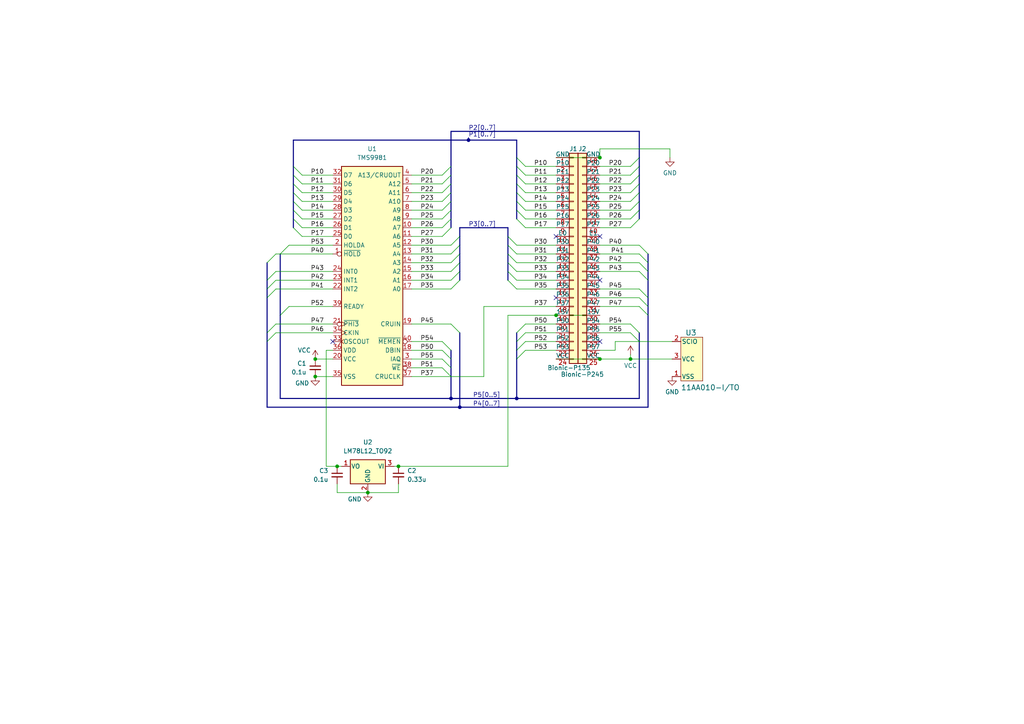
<source format=kicad_sch>
(kicad_sch (version 20230121) (generator eeschema)
  (paper "A4")
  (title_block (title "BionicTMS9981") (date "2023-12-12") (rev "1") (company "Tadashi G. Takaoka"))
  (lib_symbols
    (symbol "0-LocalLibrary:11AA010-I_TO" (pin_names (offset 0.254))
      (property "Reference" "U" (at 2.54 1.27 0))
      (property "Value" "11AA010-I/TO" (at 3.81 -13.97 0))
      (symbol "11AA010-I_TO_1_1"
        (rectangle (start 0 0) (end 6.35 -12.7) (fill (type background)))
        (pin power_in line (at -2.54 -11.43 0) (length 2.54) (name "VSS") (number "1"))
        (pin bidirectional line (at -2.54 -1.27 0) (length 2.54) (name "SCIO") (number "2"))
        (pin power_in line (at -2.54 -6.35 0) (length 2.54) (name "VCC") (number "3"))
      )
    )
    (symbol "0-LocalLibrary:Bionic-P135" (pin_names (offset 0))
      (property "Reference" "J" (at 0 30.48 0))
      (property "Value" "Bionic-P135" (at -1.27 -33.02 0))
      (symbol "Bionic-P135_1_1"
        (rectangle (start -1.27 -30.353) (end 0 -30.607) (stroke (width 0.1524)))
        (rectangle (start -1.27 -27.813) (end 0 -28.067) (stroke (width 0.1524)))
        (rectangle (start -1.27 -25.273) (end 0 -25.527) (stroke (width 0.1524)))
        (rectangle (start -1.27 -22.733) (end 0 -22.987) (stroke (width 0.1524)))
        (rectangle (start -1.27 -20.193) (end 0 -20.447) (stroke (width 0.1524)))
        (rectangle (start -1.27 -17.653) (end 0 -17.907) (stroke (width 0.1524)))
        (rectangle (start -1.27 -15.113) (end 0 -15.367) (stroke (width 0.1524)))
        (rectangle (start -1.27 -12.573) (end 0 -12.827) (stroke (width 0.1524)))
        (rectangle (start -1.27 -10.033) (end 0 -10.287) (stroke (width 0.1524)))
        (rectangle (start -1.27 -7.493) (end 0 -7.747) (stroke (width 0.1524)))
        (rectangle (start -1.27 -4.953) (end 0 -5.207) (stroke (width 0.1524)))
        (rectangle (start -1.27 -2.413) (end 0 -2.667) (stroke (width 0.1524)))
        (rectangle (start -1.27 0.127) (end 0 -0.127) (stroke (width 0.1524)))
        (rectangle (start -1.27 2.667) (end 0 2.413) (stroke (width 0.1524)))
        (rectangle (start -1.27 5.207) (end 0 4.953) (stroke (width 0.1524)))
        (rectangle (start -1.27 7.747) (end 0 7.493) (stroke (width 0.1524)))
        (rectangle (start -1.27 10.287) (end 0 10.033) (stroke (width 0.1524)))
        (rectangle (start -1.27 12.827) (end 0 12.573) (stroke (width 0.1524)))
        (rectangle (start -1.27 15.367) (end 0 15.113) (stroke (width 0.1524)))
        (rectangle (start -1.27 17.907) (end 0 17.653) (stroke (width 0.1524)))
        (rectangle (start -1.27 20.447) (end 0 20.193) (stroke (width 0.1524)))
        (rectangle (start -1.27 22.987) (end 0 22.733) (stroke (width 0.1524)))
        (rectangle (start -1.27 25.527) (end 0 25.273) (stroke (width 0.1524)))
        (rectangle (start -1.27 28.067) (end 0 27.813) (stroke (width 0.1524)))
        (rectangle (start -1.27 29.21) (end 1.27 -31.75) (stroke (width 0.254)) (fill (type background)))
        (pin power_out line (at -5.08 27.94 0) (length 3.81) (name "GND") (number "1"))
        (pin bidirectional line (at -5.08 5.08 0) (length 3.81) (name "E0") (number "10"))
        (pin bidirectional line (at -5.08 2.54 0) (length 3.81) (name "P30") (number "11"))
        (pin bidirectional line (at -5.08 0 0) (length 3.81) (name "P31") (number "12"))
        (pin bidirectional line (at -5.08 -2.54 0) (length 3.81) (name "P32") (number "13"))
        (pin bidirectional line (at -5.08 -5.08 0) (length 3.81) (name "P33") (number "14"))
        (pin bidirectional line (at -5.08 -7.62 0) (length 3.81) (name "P34") (number "15"))
        (pin bidirectional line (at -5.08 -10.16 0) (length 3.81) (name "P35") (number "16"))
        (pin bidirectional line (at -5.08 -12.7 0) (length 3.81) (name "P36") (number "17"))
        (pin bidirectional line (at -5.08 -15.24 0) (length 3.81) (name "P37") (number "18"))
        (pin power_out line (at -5.08 -17.78 0) (length 3.81) (name "15V") (number "19"))
        (pin bidirectional line (at -5.08 25.4 0) (length 3.81) (name "P10") (number "2"))
        (pin bidirectional line (at -5.08 -20.32 0) (length 3.81) (name "P50") (number "20"))
        (pin bidirectional line (at -5.08 -22.86 0) (length 3.81) (name "P51") (number "21"))
        (pin bidirectional line (at -5.08 -25.4 0) (length 3.81) (name "P52") (number "22"))
        (pin bidirectional line (at -5.08 -27.94 0) (length 3.81) (name "P53") (number "23"))
        (pin power_out line (at -5.08 -30.48 0) (length 3.81) (name "VCC") (number "24"))
        (pin bidirectional line (at -5.08 22.86 0) (length 3.81) (name "P11") (number "3"))
        (pin bidirectional line (at -5.08 20.32 0) (length 3.81) (name "P12") (number "4"))
        (pin bidirectional line (at -5.08 17.78 0) (length 3.81) (name "P13") (number "5"))
        (pin bidirectional line (at -5.08 15.24 0) (length 3.81) (name "P14") (number "6"))
        (pin bidirectional line (at -5.08 12.7 0) (length 3.81) (name "P15") (number "7"))
        (pin bidirectional line (at -5.08 10.16 0) (length 3.81) (name "P16") (number "8"))
        (pin bidirectional line (at -5.08 7.62 0) (length 3.81) (name "P17") (number "9"))
      )
    )
    (symbol "0-LocalLibrary:Bionic-P245" (pin_names (offset 0))
      (property "Reference" "J" (at -3.81 30.48 0))
      (property "Value" "Bionic-P245" (at -1.27 -33.02 0))
      (symbol "Bionic-P245_1_1"
        (rectangle (start -5.08 -31.75) (end -2.54 29.21) (stroke (width 0.254)) (fill (type background)))
        (rectangle (start -3.81 -30.607) (end -2.54 -30.353) (stroke (width 0.1524)))
        (rectangle (start -3.81 -28.067) (end -2.54 -27.813) (stroke (width 0.1524)))
        (rectangle (start -3.81 -25.527) (end -2.54 -25.273) (stroke (width 0.1524)))
        (rectangle (start -3.81 -22.987) (end -2.54 -22.733) (stroke (width 0.1524)))
        (rectangle (start -3.81 -20.447) (end -2.54 -20.193) (stroke (width 0.1524)))
        (rectangle (start -3.81 -17.907) (end -2.54 -17.653) (stroke (width 0.1524)))
        (rectangle (start -3.81 -15.367) (end -2.54 -15.113) (stroke (width 0.1524)))
        (rectangle (start -3.81 -12.827) (end -2.54 -12.573) (stroke (width 0.1524)))
        (rectangle (start -3.81 -10.287) (end -2.54 -10.033) (stroke (width 0.1524)))
        (rectangle (start -3.81 -7.747) (end -2.54 -7.493) (stroke (width 0.1524)))
        (rectangle (start -3.81 -5.207) (end -2.54 -4.953) (stroke (width 0.1524)))
        (rectangle (start -3.81 -2.667) (end -2.54 -2.413) (stroke (width 0.1524)))
        (rectangle (start -3.81 -0.127) (end -2.54 0.127) (stroke (width 0.1524)))
        (rectangle (start -3.81 2.413) (end -2.54 2.667) (stroke (width 0.1524)))
        (rectangle (start -3.81 4.953) (end -2.54 5.207) (stroke (width 0.1524)))
        (rectangle (start -3.81 7.493) (end -2.54 7.747) (stroke (width 0.1524)))
        (rectangle (start -3.81 10.033) (end -2.54 10.287) (stroke (width 0.1524)))
        (rectangle (start -3.81 12.573) (end -2.54 12.827) (stroke (width 0.1524)))
        (rectangle (start -3.81 15.113) (end -2.54 15.367) (stroke (width 0.1524)))
        (rectangle (start -3.81 17.653) (end -2.54 17.907) (stroke (width 0.1524)))
        (rectangle (start -3.81 20.193) (end -2.54 20.447) (stroke (width 0.1524)))
        (rectangle (start -3.81 22.733) (end -2.54 22.987) (stroke (width 0.1524)))
        (rectangle (start -3.81 25.273) (end -2.54 25.527) (stroke (width 0.1524)))
        (rectangle (start -3.81 27.813) (end -2.54 28.067) (stroke (width 0.1524)))
        (pin power_in line (at 1.27 -30.48 180) (length 3.81) (name "VCC") (number "25"))
        (pin bidirectional line (at 1.27 -27.94 180) (length 3.81) (name "P57") (number "26"))
        (pin bidirectional line (at 1.27 -25.4 180) (length 3.81) (name "P56") (number "27"))
        (pin bidirectional line (at 1.27 -22.86 180) (length 3.81) (name "P55") (number "28"))
        (pin bidirectional line (at 1.27 -20.32 180) (length 3.81) (name "P54") (number "29"))
        (pin power_in line (at 1.27 -17.78 180) (length 3.81) (name "15V") (number "30"))
        (pin bidirectional line (at 1.27 -15.24 180) (length 3.81) (name "P47") (number "31"))
        (pin bidirectional line (at 1.27 -12.7 180) (length 3.81) (name "P46") (number "32"))
        (pin bidirectional line (at 1.27 -10.16 180) (length 3.81) (name "P45") (number "33"))
        (pin bidirectional line (at 1.27 -7.62 180) (length 3.81) (name "P44") (number "34"))
        (pin bidirectional line (at 1.27 -5.08 180) (length 3.81) (name "P43") (number "35"))
        (pin bidirectional line (at 1.27 -2.54 180) (length 3.81) (name "P42") (number "36"))
        (pin bidirectional line (at 1.27 0 180) (length 3.81) (name "P41") (number "37"))
        (pin bidirectional line (at 1.27 2.54 180) (length 3.81) (name "P40") (number "38"))
        (pin bidirectional line (at 1.27 5.08 180) (length 3.81) (name "E1") (number "39"))
        (pin bidirectional line (at 1.27 7.62 180) (length 3.81) (name "P27") (number "40"))
        (pin bidirectional line (at 1.27 10.16 180) (length 3.81) (name "P26") (number "41"))
        (pin bidirectional line (at 1.27 12.7 180) (length 3.81) (name "P25") (number "42"))
        (pin bidirectional line (at 1.27 15.24 180) (length 3.81) (name "P24") (number "43"))
        (pin bidirectional line (at 1.27 17.78 180) (length 3.81) (name "P23") (number "44"))
        (pin bidirectional line (at 1.27 20.32 180) (length 3.81) (name "P22") (number "45"))
        (pin bidirectional line (at 1.27 22.86 180) (length 3.81) (name "P21") (number "46"))
        (pin bidirectional line (at 1.27 25.4 180) (length 3.81) (name "P20") (number "47"))
        (pin power_in line (at 1.27 27.94 180) (length 3.81) (name "GND") (number "48"))
      )
    )
    (symbol "0-LocalLibrary:TMS9981"
      (property "Reference" "U" (at -1.27 31.75 0))
      (property "Value" "TMS9981" (at 0 -3.81 90))
      (symbol "TMS9981_0_1"
        (rectangle (start -8.89 -33.02) (end 8.89 30.48) (stroke (width 0.254)) (fill (type background)))
      )
      (symbol "TMS9981_1_1"
        (pin input inverted (at -11.43 5.08 0) (length 2.54) (name "~{HOLD}") (number "1"))
        (pin output line (at 11.43 12.7 180) (length 2.54) (name "A7") (number "10"))
        (pin output line (at 11.43 10.16 180) (length 2.54) (name "A6") (number "11"))
        (pin output line (at 11.43 7.62 180) (length 2.54) (name "A5") (number "12"))
        (pin output line (at 11.43 5.08 180) (length 2.54) (name "A4") (number "13"))
        (pin output line (at 11.43 2.54 180) (length 2.54) (name "A3") (number "14"))
        (pin output line (at 11.43 0 180) (length 2.54) (name "A2") (number "15"))
        (pin output line (at 11.43 -2.54 180) (length 2.54) (name "A1") (number "16"))
        (pin output line (at 11.43 -5.08 180) (length 2.54) (name "A0") (number "17"))
        (pin output line (at 11.43 -22.86 180) (length 2.54) (name "DBIN") (number "18"))
        (pin input line (at 11.43 -15.24 180) (length 2.54) (name "CRUIN") (number "19"))
        (pin output line (at -11.43 7.62 0) (length 2.54) (name "HOLDA") (number "2"))
        (pin power_in line (at -11.43 -25.4 0) (length 2.54) (name "VCC") (number "20"))
        (pin output inverted_clock (at -11.43 -15.24 0) (length 2.54) (name "~{PHI3}") (number "21"))
        (pin input line (at -11.43 -5.08 0) (length 2.54) (name "INT2") (number "22"))
        (pin input line (at -11.43 -2.54 0) (length 2.54) (name "INT1") (number "23"))
        (pin input line (at -11.43 0 0) (length 2.54) (name "INT0") (number "24"))
        (pin bidirectional line (at -11.43 10.16 0) (length 2.54) (name "D0") (number "25"))
        (pin bidirectional line (at -11.43 12.7 0) (length 2.54) (name "D1") (number "26"))
        (pin bidirectional line (at -11.43 15.24 0) (length 2.54) (name "D2") (number "27"))
        (pin bidirectional line (at -11.43 17.78 0) (length 2.54) (name "D3") (number "28"))
        (pin bidirectional line (at -11.43 20.32 0) (length 2.54) (name "D4") (number "29"))
        (pin output line (at 11.43 -25.4 180) (length 2.54) (name "IAQ") (number "3"))
        (pin bidirectional line (at -11.43 22.86 0) (length 2.54) (name "D5") (number "30"))
        (pin bidirectional line (at -11.43 25.4 0) (length 2.54) (name "D6") (number "31"))
        (pin bidirectional line (at -11.43 27.94 0) (length 2.54) (name "D7") (number "32"))
        (pin passive non_logic (at -11.43 -20.32 0) (length 2.54) (name "OSCOUT") (number "33"))
        (pin input clock (at -11.43 -17.78 0) (length 2.54) (name "CKIN") (number "34"))
        (pin power_in line (at -11.43 -30.48 0) (length 2.54) (name "VSS") (number "35"))
        (pin power_in line (at -11.43 -22.86 0) (length 2.54) (name "VDD") (number "36"))
        (pin output line (at 11.43 -30.48 180) (length 2.54) (name "CRUCLK") (number "37"))
        (pin output inverted (at 11.43 -27.94 180) (length 2.54) (name "~{WE}") (number "38"))
        (pin input line (at -11.43 -10.16 0) (length 2.54) (name "READY") (number "39"))
        (pin output line (at 11.43 27.94 180) (length 2.54) (name "A13/CRUOUT") (number "4"))
        (pin output inverted (at 11.43 -20.32 180) (length 2.54) (name "~{MEMEN}") (number "40"))
        (pin output line (at 11.43 25.4 180) (length 2.54) (name "A12") (number "5"))
        (pin output line (at 11.43 22.86 180) (length 2.54) (name "A11") (number "6"))
        (pin output line (at 11.43 20.32 180) (length 2.54) (name "A10") (number "7"))
        (pin output line (at 11.43 17.78 180) (length 2.54) (name "A9") (number "8"))
        (pin output line (at 11.43 15.24 180) (length 2.54) (name "A8") (number "9"))
      )
    )
    (symbol "Device:C_Small" (pin_numbers hide) (pin_names (offset 0.254) hide)
      (property "Reference" "C" (at 0.254 1.778 0))
      (property "Value" "C_Small" (at 0.254 -2.032 0))
      (symbol "C_Small_0_1"
        (polyline (pts (xy -1.524 -0.508) (xy 1.524 -0.508)) (stroke (width 0.3302)))
        (polyline (pts (xy -1.524 0.508) (xy 1.524 0.508)) (stroke (width 0.3048)))
      )
      (symbol "C_Small_1_1"
        (pin passive line (at 0 2.54 270) (length 2.032) (name "~") (number "1"))
        (pin passive line (at 0 -2.54 90) (length 2.032) (name "~") (number "2"))
      )
    )
    (symbol "GND_1" (power) (pin_names (offset 0))
      (property "Value" "GND_1" (at 0 -3.81 0))
      (symbol "GND_1_0_1"
        (polyline (pts (xy 0 0) (xy 0 -1.27) (xy 1.27 -1.27) (xy 0 -2.54) (xy -1.27 -1.27) (xy 0 -1.27)))
      )
      (symbol "GND_1_1_1"
        (pin power_in line (at 0 0 270) (length 0) hide (name "GND") (number "1"))
      )
    )
    (symbol "Regulator_Linear:LM78L12_TO92" (pin_names (offset 0.254))
      (property "Reference" "U" (at -3.81 3.175 0))
      (property "Value" "LM78L12_TO92" (at 0 3.175 0))
      (symbol "LM78L12_TO92_0_1"
        (rectangle (start -5.08 -5.08) (end 5.08 1.905) (stroke (width 0.254)) (fill (type background)))
      )
      (symbol "LM78L12_TO92_1_1"
        (pin power_out line (at 7.62 0 180) (length 2.54) (name "VO") (number "1"))
        (pin power_in line (at 0 -7.62 90) (length 2.54) (name "GND") (number "2"))
        (pin power_in line (at -7.62 0 0) (length 2.54) (name "VI") (number "3"))
      )
    )
    (symbol "VCC_1" (power) (pin_names (offset 0))
      (property "Value" "VCC_1" (at 0 3.81 0))
      (symbol "VCC_1_0_1"
        (polyline (pts (xy -0.762 1.27) (xy 0 2.54)))
        (polyline (pts (xy 0 0) (xy 0 2.54)))
        (polyline (pts (xy 0 2.54) (xy 0.762 1.27)))
      )
      (symbol "VCC_1_1_1"
        (pin power_in line (at 0 0 90) (length 0) hide (name "VCC") (number "1"))
      )
    )
  )
  (junction (at 91.44 104.14))
  (junction (at 182.88 104.14))
  (junction (at 133.35 118.11))
  (junction (at 173.99 45.72))
  (junction (at 173.99 104.14))
  (junction (at 91.44 109.22))
  (junction (at 130.81 115.57))
  (junction (at 149.86 115.57))
  (junction (at 115.57 135.255))
  (junction (at 135.89 40.64))
  (junction (at 161.29 91.44))
  (junction (at 106.68 142.875))
  (junction (at 97.79 135.255))
  (no_connect (at 173.99 68.58))
  (no_connect (at 161.29 68.58))
  (no_connect (at 96.52 99.06))
  (no_connect (at 161.29 86.36))
  (no_connect (at 173.99 81.28))
  (no_connect (at 173.99 99.06))
  (bus_entry (at 130.81 58.42) (size -2.54 2.54))
  (bus_entry (at 185.42 55.88) (size -2.54 2.54))
  (bus_entry (at 185.42 50.8) (size -2.54 2.54))
  (bus_entry (at 130.81 53.34) (size -2.54 2.54))
  (bus_entry (at 130.81 66.04) (size -2.54 2.54))
  (bus_entry (at 87.63 50.8) (size -2.54 -2.54))
  (bus_entry (at 182.88 93.98) (size 2.54 2.54))
  (bus_entry (at 87.63 53.34) (size -2.54 -2.54))
  (bus_entry (at 185.42 53.34) (size -2.54 2.54))
  (bus_entry (at 152.4 60.96) (size -2.54 -2.54))
  (bus_entry (at 185.42 60.96) (size -2.54 2.54))
  (bus_entry (at 147.32 71.12) (size 2.54 2.54))
  (bus_entry (at 128.27 104.14) (size 2.54 2.54))
  (bus_entry (at 185.42 45.72) (size -2.54 2.54))
  (bus_entry (at 185.42 58.42) (size -2.54 2.54))
  (bus_entry (at 147.32 76.2) (size 2.54 2.54))
  (bus_entry (at 152.4 99.06) (size -2.54 2.54))
  (bus_entry (at 133.35 96.52) (size -2.54 -2.54))
  (bus_entry (at 130.81 81.28) (size 2.54 -2.54))
  (bus_entry (at 83.82 71.12) (size -2.54 2.54))
  (bus_entry (at 185.42 73.66) (size 2.54 2.54))
  (bus_entry (at 152.4 101.6) (size -2.54 2.54))
  (bus_entry (at 152.4 96.52) (size -2.54 2.54))
  (bus_entry (at 149.86 71.12) (size -2.54 -2.54))
  (bus_entry (at 77.47 76.2) (size 2.54 -2.54))
  (bus_entry (at 185.42 63.5) (size -2.54 2.54))
  (bus_entry (at 87.63 66.04) (size -2.54 -2.54))
  (bus_entry (at 147.32 81.28) (size 2.54 2.54))
  (bus_entry (at 152.4 93.98) (size -2.54 2.54))
  (bus_entry (at 130.81 63.5) (size -2.54 2.54))
  (bus_entry (at 147.32 78.74) (size 2.54 2.54))
  (bus_entry (at 80.01 96.52) (size -2.54 2.54))
  (bus_entry (at 130.81 60.96) (size -2.54 2.54))
  (bus_entry (at 80.01 93.98) (size -2.54 2.54))
  (bus_entry (at 152.4 50.8) (size -2.54 -2.54))
  (bus_entry (at 130.81 71.12) (size 2.54 -2.54))
  (bus_entry (at 185.42 71.12) (size 2.54 2.54))
  (bus_entry (at 130.81 76.2) (size 2.54 -2.54))
  (bus_entry (at 130.81 73.66) (size 2.54 -2.54))
  (bus_entry (at 130.81 83.82) (size 2.54 -2.54))
  (bus_entry (at 130.81 48.26) (size -2.54 2.54))
  (bus_entry (at 87.63 63.5) (size -2.54 -2.54))
  (bus_entry (at 185.42 76.2) (size 2.54 2.54))
  (bus_entry (at 128.27 106.68) (size 2.54 2.54))
  (bus_entry (at 187.96 88.9) (size -2.54 -2.54))
  (bus_entry (at 185.42 48.26) (size -2.54 2.54))
  (bus_entry (at 87.63 68.58) (size -2.54 -2.54))
  (bus_entry (at 87.63 58.42) (size -2.54 -2.54))
  (bus_entry (at 152.4 53.34) (size -2.54 -2.54))
  (bus_entry (at 185.42 83.82) (size 2.54 2.54))
  (bus_entry (at 77.47 81.28) (size 2.54 -2.54))
  (bus_entry (at 128.27 101.6) (size 2.54 2.54))
  (bus_entry (at 81.28 91.44) (size 2.54 -2.54))
  (bus_entry (at 128.27 99.06) (size 2.54 2.54))
  (bus_entry (at 152.4 66.04) (size -2.54 -2.54))
  (bus_entry (at 152.4 55.88) (size -2.54 -2.54))
  (bus_entry (at 77.47 83.82) (size 2.54 -2.54))
  (bus_entry (at 185.42 78.74) (size 2.54 2.54))
  (bus_entry (at 130.81 55.88) (size -2.54 2.54))
  (bus_entry (at 152.4 58.42) (size -2.54 -2.54))
  (bus_entry (at 87.63 55.88) (size -2.54 -2.54))
  (bus_entry (at 130.81 50.8) (size -2.54 2.54))
  (bus_entry (at 152.4 63.5) (size -2.54 -2.54))
  (bus_entry (at 152.4 48.26) (size -2.54 -2.54))
  (bus_entry (at 77.47 86.36) (size 2.54 -2.54))
  (bus_entry (at 185.42 88.9) (size 2.54 2.54))
  (bus_entry (at 87.63 60.96) (size -2.54 -2.54))
  (bus_entry (at 147.32 73.66) (size 2.54 2.54))
  (bus_entry (at 130.81 78.74) (size 2.54 -2.54))
  (bus_entry (at 182.88 96.52) (size 2.54 2.54))
  (bus (pts (xy 147.32 71.12) (xy 147.32 73.66)))
  (bus (pts (xy 185.42 96.52) (xy 185.42 99.06)))
  (bus (pts (xy 85.09 58.42) (xy 85.09 60.96)))
  (wire (pts (xy 119.38 50.8) (xy 128.27 50.8)))
  (wire (pts (xy 83.82 88.9) (xy 96.52 88.9)))
  (bus (pts (xy 149.86 50.8) (xy 149.86 53.34)))
  (wire (pts (xy 97.79 140.335) (xy 97.79 142.875)))
  (wire (pts (xy 152.4 96.52) (xy 161.29 96.52)))
  (wire (pts (xy 161.29 71.12) (xy 149.86 71.12)))
  (wire (pts (xy 173.99 101.6) (xy 178.435 101.6)))
  (wire (pts (xy 173.99 43.18) (xy 194.31 43.18)))
  (wire (pts (xy 91.44 104.14) (xy 96.52 104.14)))
  (bus (pts (xy 149.86 40.64) (xy 149.86 45.72)))
  (bus (pts (xy 147.32 73.66) (xy 147.32 76.2)))
  (wire (pts (xy 173.99 71.12) (xy 185.42 71.12)))
  (wire (pts (xy 147.32 135.255) (xy 147.32 91.44)))
  (bus (pts (xy 133.35 66.04) (xy 147.32 66.04)))
  (bus (pts (xy 130.81 38.1) (xy 130.81 48.26)))
  (bus (pts (xy 85.09 53.34) (xy 85.09 55.88)))
  (wire (pts (xy 161.29 50.8) (xy 152.4 50.8)))
  (bus (pts (xy 185.42 50.8) (xy 185.42 53.34)))
  (bus (pts (xy 133.35 66.04) (xy 133.35 68.58)))
  (wire (pts (xy 161.29 58.42) (xy 152.4 58.42)))
  (bus (pts (xy 149.86 115.57) (xy 185.42 115.57)))
  (bus (pts (xy 135.89 40.005) (xy 135.89 40.64)))
  (wire (pts (xy 173.99 93.98) (xy 182.88 93.98)))
  (wire (pts (xy 161.29 63.5) (xy 152.4 63.5)))
  (wire (pts (xy 119.38 58.42) (xy 128.27 58.42)))
  (bus (pts (xy 130.81 63.5) (xy 130.81 66.04)))
  (wire (pts (xy 119.38 76.2) (xy 130.81 76.2)))
  (bus (pts (xy 187.96 91.44) (xy 187.96 118.11)))
  (wire (pts (xy 173.99 55.88) (xy 182.88 55.88)))
  (wire (pts (xy 161.29 83.82) (xy 149.86 83.82)))
  (wire (pts (xy 119.38 53.34) (xy 128.27 53.34)))
  (bus (pts (xy 187.96 78.74) (xy 187.96 81.28)))
  (bus (pts (xy 85.09 50.8) (xy 85.09 53.34)))
  (bus (pts (xy 133.35 118.11) (xy 77.47 118.11)))
  (wire (pts (xy 119.38 99.06) (xy 128.27 99.06)))
  (bus (pts (xy 130.81 53.34) (xy 130.81 55.88)))
  (bus (pts (xy 130.81 106.68) (xy 130.81 109.22)))
  (wire (pts (xy 80.01 96.52) (xy 96.52 96.52)))
  (wire (pts (xy 119.38 109.22) (xy 130.81 109.22)))
  (wire (pts (xy 114.3 135.255) (xy 115.57 135.255)))
  (bus (pts (xy 187.96 118.11) (xy 133.35 118.11)))
  (wire (pts (xy 119.38 106.68) (xy 128.27 106.68)))
  (bus (pts (xy 185.42 48.26) (xy 185.42 50.8)))
  (wire (pts (xy 173.99 66.04) (xy 182.88 66.04)))
  (wire (pts (xy 161.29 60.96) (xy 152.4 60.96)))
  (wire (pts (xy 119.38 60.96) (xy 128.27 60.96)))
  (bus (pts (xy 147.32 66.04) (xy 147.32 68.58)))
  (bus (pts (xy 149.86 96.52) (xy 149.86 99.06)))
  (wire (pts (xy 152.4 93.98) (xy 161.29 93.98)))
  (wire (pts (xy 173.99 78.74) (xy 185.42 78.74)))
  (wire (pts (xy 161.29 73.66) (xy 149.86 73.66)))
  (bus (pts (xy 130.81 104.14) (xy 130.81 106.68)))
  (wire (pts (xy 119.38 81.28) (xy 130.81 81.28)))
  (wire (pts (xy 182.88 96.52) (xy 173.99 96.52)))
  (bus (pts (xy 77.47 81.28) (xy 77.47 83.82)))
  (bus (pts (xy 147.32 76.2) (xy 147.32 78.74)))
  (bus (pts (xy 185.42 60.96) (xy 185.42 63.5)))
  (wire (pts (xy 119.38 73.66) (xy 130.81 73.66)))
  (wire (pts (xy 96.52 63.5) (xy 87.63 63.5)))
  (bus (pts (xy 130.81 109.22) (xy 130.81 115.57)))
  (wire (pts (xy 161.29 104.14) (xy 173.99 104.14)))
  (wire (pts (xy 161.29 55.88) (xy 152.4 55.88)))
  (wire (pts (xy 94.615 101.6) (xy 94.615 135.255)))
  (bus (pts (xy 85.09 60.96) (xy 85.09 63.5)))
  (wire (pts (xy 161.29 53.34) (xy 152.4 53.34)))
  (wire (pts (xy 173.99 86.36) (xy 185.42 86.36)))
  (wire (pts (xy 96.52 101.6) (xy 94.615 101.6)))
  (bus (pts (xy 130.81 115.57) (xy 149.86 115.57)))
  (wire (pts (xy 140.335 88.9) (xy 161.29 88.9)))
  (wire (pts (xy 96.52 53.34) (xy 87.63 53.34)))
  (wire (pts (xy 152.4 101.6) (xy 161.29 101.6)))
  (bus (pts (xy 149.86 58.42) (xy 149.86 60.96)))
  (wire (pts (xy 173.99 48.26) (xy 182.88 48.26)))
  (bus (pts (xy 149.86 48.26) (xy 149.86 50.8)))
  (wire (pts (xy 96.52 66.04) (xy 87.63 66.04)))
  (wire (pts (xy 119.38 83.82) (xy 130.81 83.82)))
  (wire (pts (xy 185.42 99.06) (xy 194.945 99.06)))
  (bus (pts (xy 85.09 48.26) (xy 85.09 50.8)))
  (wire (pts (xy 173.99 50.8) (xy 182.88 50.8)))
  (bus (pts (xy 185.42 99.06) (xy 185.42 115.57)))
  (wire (pts (xy 173.99 88.9) (xy 185.42 88.9)))
  (wire (pts (xy 130.81 109.22) (xy 140.335 109.22)))
  (wire (pts (xy 119.38 66.04) (xy 128.27 66.04)))
  (wire (pts (xy 96.52 60.96) (xy 87.63 60.96)))
  (wire (pts (xy 80.01 93.98) (xy 96.52 93.98)))
  (bus (pts (xy 85.09 63.5) (xy 85.09 66.04)))
  (bus (pts (xy 85.09 40.64) (xy 85.09 48.26)))
  (bus (pts (xy 149.86 101.6) (xy 149.86 104.14)))
  (wire (pts (xy 173.99 58.42) (xy 182.88 58.42)))
  (bus (pts (xy 149.86 60.96) (xy 149.86 63.5)))
  (wire (pts (xy 119.38 63.5) (xy 128.27 63.5)))
  (bus (pts (xy 187.96 73.66) (xy 187.96 76.2)))
  (wire (pts (xy 161.29 45.72) (xy 173.99 45.72)))
  (wire (pts (xy 115.57 140.335) (xy 115.57 142.875)))
  (bus (pts (xy 185.42 58.42) (xy 185.42 60.96)))
  (wire (pts (xy 119.38 101.6) (xy 128.27 101.6)))
  (wire (pts (xy 173.99 53.34) (xy 182.88 53.34)))
  (bus (pts (xy 77.47 99.06) (xy 77.47 118.11)))
  (bus (pts (xy 133.35 73.66) (xy 133.35 76.2)))
  (wire (pts (xy 119.38 71.12) (xy 130.81 71.12)))
  (bus (pts (xy 147.32 78.74) (xy 147.32 81.28)))
  (bus (pts (xy 130.81 50.8) (xy 130.81 53.34)))
  (bus (pts (xy 133.35 76.2) (xy 133.35 78.74)))
  (wire (pts (xy 119.38 78.74) (xy 130.81 78.74)))
  (wire (pts (xy 97.79 135.255) (xy 99.06 135.255)))
  (wire (pts (xy 173.99 63.5) (xy 182.88 63.5)))
  (wire (pts (xy 182.88 102.87) (xy 182.88 104.14)))
  (bus (pts (xy 133.35 78.74) (xy 133.35 81.28)))
  (bus (pts (xy 185.42 55.88) (xy 185.42 58.42)))
  (wire (pts (xy 178.435 101.6) (xy 178.435 99.06)))
  (bus (pts (xy 130.81 48.26) (xy 130.81 50.8)))
  (bus (pts (xy 187.96 86.36) (xy 187.96 88.9)))
  (bus (pts (xy 149.86 45.72) (xy 149.86 48.26)))
  (wire (pts (xy 161.29 48.26) (xy 152.4 48.26)))
  (wire (pts (xy 83.82 71.12) (xy 96.52 71.12)))
  (wire (pts (xy 96.52 58.42) (xy 87.63 58.42)))
  (bus (pts (xy 77.47 86.36) (xy 77.47 96.52)))
  (wire (pts (xy 173.99 104.14) (xy 182.88 104.14)))
  (wire (pts (xy 119.38 55.88) (xy 128.27 55.88)))
  (bus (pts (xy 149.86 55.88) (xy 149.86 58.42)))
  (wire (pts (xy 91.44 109.22) (xy 96.52 109.22)))
  (bus (pts (xy 133.35 68.58) (xy 133.35 71.12)))
  (wire (pts (xy 161.29 76.2) (xy 149.86 76.2)))
  (wire (pts (xy 81.28 73.66) (xy 96.52 73.66)))
  (wire (pts (xy 173.99 83.82) (xy 185.42 83.82)))
  (wire (pts (xy 161.29 78.74) (xy 149.86 78.74)))
  (wire (pts (xy 96.52 55.88) (xy 87.63 55.88)))
  (wire (pts (xy 173.99 76.2) (xy 185.42 76.2)))
  (wire (pts (xy 94.615 135.255) (xy 97.79 135.255)))
  (bus (pts (xy 130.81 60.96) (xy 130.81 63.5)))
  (bus (pts (xy 149.86 99.06) (xy 149.86 101.6)))
  (wire (pts (xy 173.99 73.66) (xy 185.42 73.66)))
  (wire (pts (xy 161.29 81.28) (xy 149.86 81.28)))
  (bus (pts (xy 149.86 53.34) (xy 149.86 55.88)))
  (bus (pts (xy 130.81 101.6) (xy 130.81 104.14)))
  (bus (pts (xy 149.86 104.14) (xy 149.86 115.57)))
  (bus (pts (xy 81.28 73.66) (xy 81.28 91.44)))
  (wire (pts (xy 80.01 73.66) (xy 81.28 73.66)))
  (wire (pts (xy 173.99 43.18) (xy 173.99 45.72)))
  (bus (pts (xy 187.96 81.28) (xy 187.96 86.36)))
  (bus (pts (xy 185.42 45.72) (xy 185.42 48.26)))
  (bus (pts (xy 147.32 68.58) (xy 147.32 71.12)))
  (bus (pts (xy 185.42 38.1) (xy 185.42 45.72)))
  (wire (pts (xy 161.29 91.44) (xy 173.99 91.44)))
  (bus (pts (xy 77.47 83.82) (xy 77.47 86.36)))
  (wire (pts (xy 152.4 99.06) (xy 161.29 99.06)))
  (bus (pts (xy 130.81 55.88) (xy 130.81 58.42)))
  (bus (pts (xy 130.81 38.1) (xy 185.42 38.1)))
  (wire (pts (xy 119.38 93.98) (xy 130.81 93.98)))
  (bus (pts (xy 185.42 53.34) (xy 185.42 55.88)))
  (bus (pts (xy 85.09 40.64) (xy 135.89 40.64)))
  (bus (pts (xy 133.35 71.12) (xy 133.35 73.66)))
  (wire (pts (xy 182.88 104.14) (xy 194.945 104.14)))
  (wire (pts (xy 96.52 68.58) (xy 87.63 68.58)))
  (bus (pts (xy 130.81 58.42) (xy 130.81 60.96)))
  (bus (pts (xy 187.96 88.9) (xy 187.96 91.44)))
  (bus (pts (xy 81.28 91.44) (xy 81.28 115.57)))
  (wire (pts (xy 173.99 60.96) (xy 182.88 60.96)))
  (bus (pts (xy 85.09 55.88) (xy 85.09 58.42)))
  (wire (pts (xy 80.01 83.82) (xy 96.52 83.82)))
  (bus (pts (xy 81.28 115.57) (xy 130.81 115.57)))
  (bus (pts (xy 133.35 96.52) (xy 133.35 118.11)))
  (wire (pts (xy 178.435 99.06) (xy 185.42 99.06)))
  (bus (pts (xy 187.96 76.2) (xy 187.96 78.74)))
  (wire (pts (xy 106.68 142.875) (xy 115.57 142.875)))
  (bus (pts (xy 135.89 40.64) (xy 149.86 40.64)))
  (wire (pts (xy 119.38 68.58) (xy 128.27 68.58)))
  (wire (pts (xy 80.01 81.28) (xy 96.52 81.28)))
  (wire (pts (xy 80.01 78.74) (xy 96.52 78.74)))
  (wire (pts (xy 96.52 50.8) (xy 87.63 50.8)))
  (wire (pts (xy 194.31 43.18) (xy 194.31 45.72)))
  (wire (pts (xy 97.79 142.875) (xy 106.68 142.875)))
  (bus (pts (xy 77.47 76.2) (xy 77.47 81.28)))
  (wire (pts (xy 119.38 104.14) (xy 128.27 104.14)))
  (wire (pts (xy 140.335 109.22) (xy 140.335 88.9)))
  (wire (pts (xy 147.32 91.44) (xy 161.29 91.44)))
  (wire (pts (xy 115.57 135.255) (xy 147.32 135.255)))
  (bus (pts (xy 77.47 96.52) (xy 77.47 99.06)))
  (wire (pts (xy 161.29 66.04) (xy 152.4 66.04)))
  (label "P51" (at 121.92 106.68 0))
  (label "P42" (at 176.53 76.2 0))
  (label "P17" (at 93.98 68.58 180))
  (label "P51" (at 158.75 96.52 180))
  (label "P40" (at 176.53 71.12 0))
  (label "P55" (at 176.53 96.52 0))
  (label "P16" (at 93.98 66.04 180))
  (label "P46" (at 176.53 86.36 0))
  (label "P54" (at 176.53 93.98 0))
  (label "P17" (at 158.75 66.04 180))
  (label "P52" (at 93.98 88.9 180))
  (label "P40" (at 93.98 73.66 180))
  (label "P12" (at 93.98 55.88 180))
  (label "P25" (at 176.53 60.96 0))
  (label "P34" (at 158.75 81.28 180))
  (label "P23" (at 176.53 55.88 0))
  (label "P2[0..7]" (at 135.89 38.1 0))
  (label "P26" (at 121.92 66.04 0))
  (label "P53" (at 93.98 71.12 180))
  (label "P35" (at 158.75 83.82 180))
  (label "P24" (at 176.53 58.42 0))
  (label "P33" (at 158.75 78.74 180))
  (label "P32" (at 158.75 76.2 180))
  (label "P27" (at 121.92 68.58 0))
  (label "P55" (at 121.92 104.14 0))
  (label "P37" (at 158.75 88.9 180))
  (label "P47" (at 93.98 93.98 180))
  (label "P13" (at 158.75 55.88 180))
  (label "P21" (at 121.92 53.34 0))
  (label "P14" (at 93.98 60.96 180))
  (label "P37" (at 121.92 109.22 0))
  (label "P14" (at 158.75 58.42 180))
  (label "P21" (at 176.53 50.8 0))
  (label "P4[0..7]" (at 137.16 118.11 0))
  (label "P45" (at 176.53 83.82 0))
  (label "P24" (at 121.92 60.96 0))
  (label "P27" (at 176.53 66.04 0))
  (label "P33" (at 121.92 78.74 0))
  (label "P31" (at 121.92 73.66 0))
  (label "P23" (at 121.92 58.42 0))
  (label "P32" (at 121.92 76.2 0))
  (label "P54" (at 121.92 99.06 0))
  (label "P34" (at 121.92 81.28 0))
  (label "P16" (at 158.75 63.5 180))
  (label "P42" (at 93.98 81.28 180))
  (label "P46" (at 93.98 96.52 180))
  (label "P10" (at 158.75 48.26 180))
  (label "P53" (at 158.75 101.6 180))
  (label "P50" (at 158.75 93.98 180))
  (label "P31" (at 158.75 73.66 180))
  (label "P22" (at 121.92 55.88 0))
  (label "P1[0..7]" (at 135.89 40.005 0))
  (label "P41" (at 93.98 83.82 180))
  (label "P10" (at 93.98 50.8 180))
  (label "P11" (at 158.75 50.8 180))
  (label "P13" (at 93.98 58.42 180))
  (label "P52" (at 158.75 99.06 180))
  (label "P30" (at 121.92 71.12 0))
  (label "P12" (at 158.75 53.34 180))
  (label "P20" (at 176.53 48.26 0))
  (label "P30" (at 158.75 71.12 180))
  (label "P50" (at 121.92 101.6 0))
  (label "P43" (at 93.98 78.74 180))
  (label "P35" (at 121.92 83.82 0))
  (label "P45" (at 121.92 93.98 0))
  (label "P22" (at 176.53 53.34 0))
  (label "P25" (at 121.92 63.5 0))
  (label "P20" (at 121.92 50.8 0))
  (label "P26" (at 176.53 63.5 0))
  (label "P47" (at 176.53 88.9 0))
  (label "P41" (at 177.165 73.66 0))
  (label "P43" (at 176.53 78.74 0))
  (label "P3[0..7]" (at 135.89 66.04 0))
  (label "P11" (at 93.98 53.34 180))
  (label "P15" (at 93.98 63.5 180))
  (label "P5[0..5]" (at 137.16 115.57 0))
  (label "P15" (at 158.75 60.96 180))
  (symbol (lib_id "Device:C_Small") (at 91.44 106.68 0) (mirror y) (unit 1)
    (property "Reference" "C1" (at 88.9 105.41 0) (effects (justify left)))
    (property "Value" "0.1u" (at 88.9 107.95 0) (effects (justify left)))
    (property "Footprint" "Capacitor_THT:C_Disc_D3.4mm_W2.1mm_P2.50mm" (effects hide))
  )
  (symbol (lib_id "0-LocalLibrary:11AA010-I_TO") (at 197.485 97.79 0) (unit 1)
    (property "Reference" "U3" (at 198.755 96.52 0) (effects (font (size 1.524 1.524)) (justify left)))
    (property "Value" "11AA010-I/TO" (at 197.485 112.395 0) (effects (font (size 1.524 1.524)) (justify left)))
    (property "Footprint" "TO-92_MC_MCH" (effects hide))
    (property "Datasheet" "11AA010-I/TO" (effects hide))
  )
  (symbol (lib_name "VCC_1") (lib_id "power:VCC") (at 182.88 102.87 0) (unit 1)
    (property "Reference" "#PWR02" (effects hide))
    (property "Value" "VCC" (at 182.88 106.045 0))
  )
  (symbol (lib_name "GND_1") (lib_id "power:GND") (at 91.44 109.22 0) (unit 1)
    (property "Reference" "#PWR09" (effects hide))
    (property "Value" "GND" (at 87.63 111.125 0))
  )
  (symbol (lib_id "0-LocalLibrary:Bionic-P245") (at 172.72 73.66 0) (unit 1)
    (property "Reference" "J2" (at 168.91 43.18 0))
    (property "Value" "Bionic-P245" (at 168.91 108.585 0))
    (property "Footprint" "connector:Bionic-P245_Vertical" (effects hide))
  )
  (symbol (lib_name "VCC_1") (lib_id "power:VCC") (at 91.44 104.14 0) (unit 1)
    (property "Reference" "#PWR01" (effects hide))
    (property "Value" "VCC" (at 88.265 101.6 0))
  )
  (symbol (lib_id "0-LocalLibrary:TMS9981") (at 107.95 78.74 0) (unit 1)
    (property "Reference" "U1" (at 107.95 43.18 0))
    (property "Value" "TMS9981" (at 107.95 45.72 0))
    (property "Footprint" "Package_DIP:DIP-40_W15.24mm" (effects hide))
    (property "Datasheet" "https://datasheetspdf.com/pdf/308579/ETC/TMS9981/1" (effects hide))
  )
  (symbol (lib_id "0-LocalLibrary:Bionic-P135") (at 166.37 73.66 0) (unit 1)
    (property "Reference" "J1" (at 165.1 43.18 0) (effects (justify left)))
    (property "Value" "Bionic-P135" (at 158.75 106.68 0) (effects (justify left)))
    (property "Footprint" "connector:Bionic-P135_Vertical" (effects hide))
  )
  (symbol (lib_name "GND_1") (lib_id "power:GND") (at 194.945 109.22 0) (unit 1)
    (property "Reference" "#PWR04" (effects hide))
    (property "Value" "GND" (at 194.945 113.665 0))
  )
  (symbol (lib_name "GND_1") (lib_id "power:GND") (at 106.68 142.875 0) (unit 1)
    (property "Reference" "#PWR03" (effects hide))
    (property "Value" "GND" (at 102.87 144.78 0))
  )
  (symbol (lib_id "Regulator_Linear:LM78L12_TO92") (at 106.68 135.255 0) (mirror y) (unit 1)
    (property "Reference" "U2" (at 106.68 128.27 0))
    (property "Value" "LM78L12_TO92" (at 106.68 130.81 0))
    (property "Footprint" "Package_TO_SOT_THT:TO-92_Inline" (effects hide))
    (property "Datasheet" "https://www.onsemi.com/pub/Collateral/MC78L06A-D.pdf" (effects hide))
  )
  (symbol (lib_id "Device:C_Small") (at 97.79 137.795 0) (mirror y) (unit 1)
    (property "Reference" "C3" (at 95.25 136.5313 0) (effects (justify left)))
    (property "Value" "0.1u" (at 95.25 139.0713 0) (effects (justify left)))
    (property "Footprint" "Capacitor_THT:C_Disc_D3.4mm_W2.1mm_P2.50mm" (effects hide))
  )
  (symbol (lib_id "Device:C_Small") (at 115.57 137.795 0) (unit 1)
    (property "Reference" "C2" (at 118.11 136.5313 0) (effects (justify left)))
    (property "Value" "0.33u" (at 118.11 139.0713 0) (effects (justify left)))
    (property "Footprint" "Capacitor_THT:C_Disc_D3.4mm_W2.1mm_P2.50mm" (effects hide))
  )
  (symbol (lib_name "GND_1") (lib_id "power:GND") (at 194.31 45.72 0) (unit 1)
    (property "Reference" "#PWR08" (effects hide))
    (property "Value" "GND" (at 194.31 50.165 0))
  )
)
</source>
